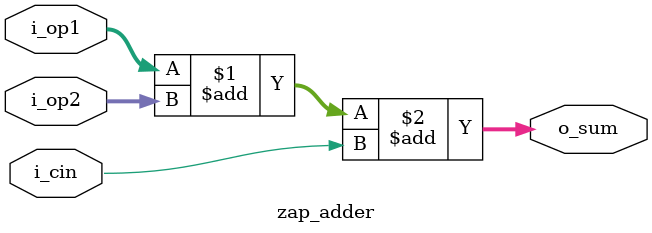
<source format=v>
/*
 * A simple 32-bit adder.
 */

`default_nettype none

module zap_adder
(
        input   wire [31:0] i_op1,
        input   wire [31:0] i_op2,
        input   wire        i_cin,
        output  wire [32:0] o_sum
);
assign o_sum = i_op1 + i_op2 + i_cin;
endmodule

</source>
